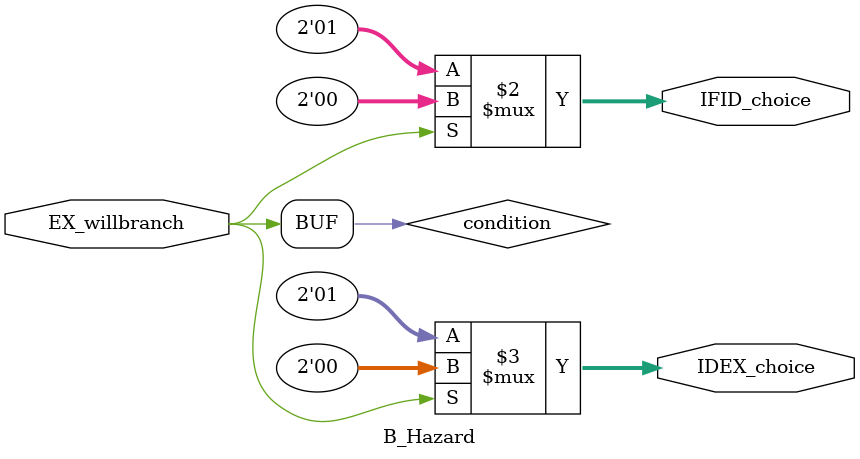
<source format=v>
`timescale 1ns / 1ps

module LU_Hazard(IFID_MemWr, IFID_Rs, IFID_Rt, IDEX_MemRead, IDEX_Rt, PC_choice, IFID_choice, IDEX_choice);
	input IFID_MemWr;
	input [4:0] IFID_Rs;
	input [4:0] IFID_Rt;
	input IDEX_MemRead;
	input [4:0] IDEX_Rt;
	output [1:0] PC_choice;
	output [1:0] IFID_choice;
	output [1:0] IDEX_choice;
	
	wire condition=IDEX_MemRead && (IDEX_Rt==IFID_Rs || (!IFID_MemWr && IDEX_Rt==IFID_Rt));
	assign PC_choice=condition?2'b10:// Keep PC;
					2'b01;
	assign IFID_choice=condition?2'b10:// Keep IF/ID;
						2'b01;
	assign IDEX_choice=condition?2'b00:// Flush ID/EX;
						2'b01;
endmodule

// 解决Jump控制冒险
module J_Hazard
#(parameter USE_DELAY_SLOT = 0)
(ID_willjump, IFID_choice);
	input [1:0] ID_willjump;
	output [1:0] IFID_choice;
	
	wire condition=(USE_DELAY_SLOT == 0 && ID_willjump != 2'b00);
	assign IFID_choice=condition?2'b00:// Flush IF/ID;
						2'b01;
endmodule

// 解决Branch控制冒险
module B_Hazard
(EX_willbranch,  IFID_choice, IDEX_choice);
	input EX_willbranch;
	output [1:0] IFID_choice;
	output [1:0] IDEX_choice;
	
	wire condition=(EX_willbranch != 0);
	assign IFID_choice=condition?2'b00:// Flush IF/ID;
						2'b01;
	assign IDEX_choice=condition?2'b00:// Flush ID/EX;
						2'b01;
endmodule
</source>
